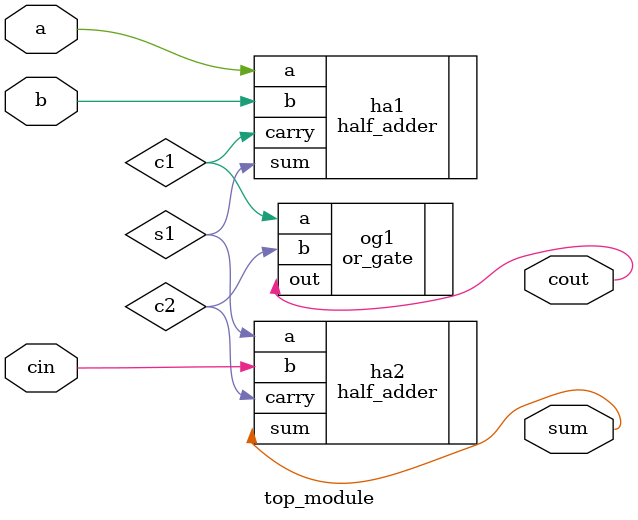
<source format=sv>
module top_module (
	input a,
	input b,
	input cin,
	output cout,
	output sum
);

// Create internal signals
wire c1, c2;

// Create instance of half adder
half_adder ha1(.a(a), .b(b), .sum(s1), .carry(c1));

// Create instance of half adder
half_adder ha2(.a(s1), .b(cin), .sum(sum), .carry(c2));

// Calculate carry-out
or_gate og1(.a(c1), .b(c2), .out(cout));

endmodule

</source>
